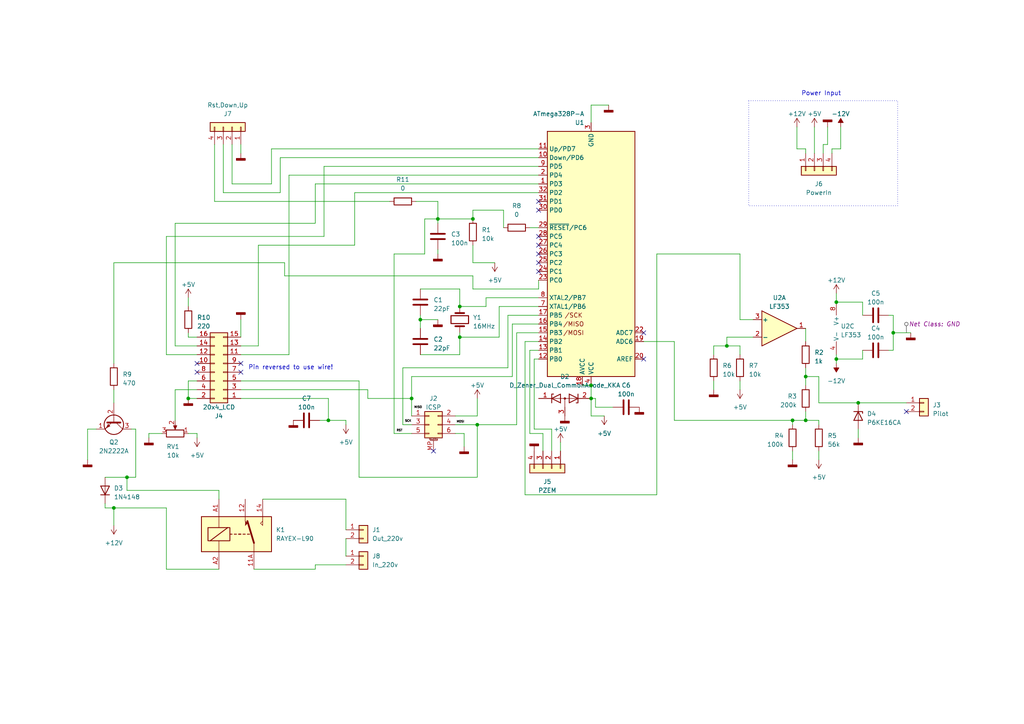
<source format=kicad_sch>
(kicad_sch (version 20231120) (generator "eeschema") (generator_version "8.0")
  (paper "A4")
  (title_block (title "J1772 Type1 - Electric Vehicle Charger") (date "2023-05-05") (rev "0.1") (company "SDS") (comment 1 "Model: Eli One") (comment 2 "LCD 20x2"))
  (lib_symbols
    (symbol "+5V_1" (power) (pin_numbers hide) (pin_names (offset 0) hide)
      (property "Value" "+5V_1" (at 0 3.556 0))
      (symbol "+5V_1_0_1"
        (polyline (pts (xy -0.762 1.27) (xy 0 2.54)))
        (polyline (pts (xy 0 0) (xy 0 2.54)))
        (polyline (pts (xy 0 2.54) (xy 0.762 1.27)))
      )
      (symbol "+5V_1_1_1"
        (pin power_in line (at 0 0 90) (length 0) hide (name "+5V") (number "1"))
      )
    )
    (symbol "Amplifier_Operational:TL072" (pin_names (offset 0.127))
      (property "Reference" "U" (at 0 5.08 0))
      (property "Value" "TL072" (at 0 -5.08 0))
      (symbol "TL072_1_1"
        (polyline (pts (xy -5.08 5.08) (xy 5.08 0) (xy -5.08 -5.08) (xy -5.08 5.08)) (stroke (width 0.254)) (fill (type background)))
        (pin output line (at 7.62 0 180) (length 2.54) (name "~") (number "1"))
        (pin input line (at -7.62 -2.54 0) (length 2.54) (name "-") (number "2"))
        (pin input line (at -7.62 2.54 0) (length 2.54) (name "+") (number "3"))
      )
      (symbol "TL072_2_1"
        (polyline (pts (xy -5.08 5.08) (xy 5.08 0) (xy -5.08 -5.08) (xy -5.08 5.08)) (stroke (width 0.254)) (fill (type background)))
        (pin input line (at -7.62 2.54 0) (length 2.54) (name "+") (number "5"))
        (pin input line (at -7.62 -2.54 0) (length 2.54) (name "-") (number "6"))
        (pin output line (at 7.62 0 180) (length 2.54) (name "~") (number "7"))
      )
      (symbol "TL072_3_1"
        (pin power_in line (at -2.54 -7.62 90) (length 3.81) (name "V-") (number "4"))
        (pin power_in line (at -2.54 7.62 270) (length 3.81) (name "V+") (number "8"))
      )
    )
    (symbol "Connector_Generic:Conn_01x02" (pin_names (offset 1.016) hide)
      (property "Reference" "J" (at 0 2.54 0))
      (property "Value" "Conn_01x02" (at 0 -5.08 0))
      (symbol "Conn_01x02_1_1"
        (rectangle (start -1.27 -2.413) (end 0 -2.667) (stroke (width 0.1524)))
        (rectangle (start -1.27 0.127) (end 0 -0.127) (stroke (width 0.1524)))
        (rectangle (start -1.27 1.27) (end 1.27 -3.81) (stroke (width 0.254)) (fill (type background)))
        (pin passive line (at -5.08 0 0) (length 3.81) (name "Pin_1") (number "1"))
        (pin passive line (at -5.08 -2.54 0) (length 3.81) (name "Pin_2") (number "2"))
      )
    )
    (symbol "Connector_Generic:Conn_01x04" (pin_names (offset 1.016) hide)
      (property "Reference" "J" (at 0 5.08 0))
      (property "Value" "Conn_01x04" (at 0 -7.62 0))
      (symbol "Conn_01x04_1_1"
        (rectangle (start -1.27 -4.953) (end 0 -5.207) (stroke (width 0.1524)))
        (rectangle (start -1.27 -2.413) (end 0 -2.667) (stroke (width 0.1524)))
        (rectangle (start -1.27 0.127) (end 0 -0.127) (stroke (width 0.1524)))
        (rectangle (start -1.27 2.667) (end 0 2.413) (stroke (width 0.1524)))
        (rectangle (start -1.27 3.81) (end 1.27 -6.35) (stroke (width 0.254)) (fill (type background)))
        (pin passive line (at -5.08 2.54 0) (length 3.81) (name "Pin_1") (number "1"))
        (pin passive line (at -5.08 0 0) (length 3.81) (name "Pin_2") (number "2"))
        (pin passive line (at -5.08 -2.54 0) (length 3.81) (name "Pin_3") (number "3"))
        (pin passive line (at -5.08 -5.08 0) (length 3.81) (name "Pin_4") (number "4"))
      )
    )
    (symbol "Connector_Generic:Conn_02x08_Odd_Even" (pin_names (offset 1.016) hide)
      (property "Reference" "J" (at 1.27 10.16 0))
      (property "Value" "Conn_02x08_Odd_Even" (at 1.27 -12.7 0))
      (symbol "Conn_02x08_Odd_Even_1_1"
        (rectangle (start -1.27 -10.033) (end 0 -10.287) (stroke (width 0.1524)))
        (rectangle (start -1.27 -7.493) (end 0 -7.747) (stroke (width 0.1524)))
        (rectangle (start -1.27 -4.953) (end 0 -5.207) (stroke (width 0.1524)))
        (rectangle (start -1.27 -2.413) (end 0 -2.667) (stroke (width 0.1524)))
        (rectangle (start -1.27 0.127) (end 0 -0.127) (stroke (width 0.1524)))
        (rectangle (start -1.27 2.667) (end 0 2.413) (stroke (width 0.1524)))
        (rectangle (start -1.27 5.207) (end 0 4.953) (stroke (width 0.1524)))
        (rectangle (start -1.27 7.747) (end 0 7.493) (stroke (width 0.1524)))
        (rectangle (start -1.27 8.89) (end 3.81 -11.43) (stroke (width 0.254)) (fill (type background)))
        (rectangle (start 3.81 -10.033) (end 2.54 -10.287) (stroke (width 0.1524)))
        (rectangle (start 3.81 -7.493) (end 2.54 -7.747) (stroke (width 0.1524)))
        (rectangle (start 3.81 -4.953) (end 2.54 -5.207) (stroke (width 0.1524)))
        (rectangle (start 3.81 -2.413) (end 2.54 -2.667) (stroke (width 0.1524)))
        (rectangle (start 3.81 0.127) (end 2.54 -0.127) (stroke (width 0.1524)))
        (rectangle (start 3.81 2.667) (end 2.54 2.413) (stroke (width 0.1524)))
        (rectangle (start 3.81 5.207) (end 2.54 4.953) (stroke (width 0.1524)))
        (rectangle (start 3.81 7.747) (end 2.54 7.493) (stroke (width 0.1524)))
        (pin passive line (at -5.08 7.62 0) (length 3.81) (name "Pin_1") (number "1"))
        (pin passive line (at 7.62 -2.54 180) (length 3.81) (name "Pin_10") (number "10"))
        (pin passive line (at -5.08 -5.08 0) (length 3.81) (name "Pin_11") (number "11"))
        (pin passive line (at 7.62 -5.08 180) (length 3.81) (name "Pin_12") (number "12"))
        (pin passive line (at -5.08 -7.62 0) (length 3.81) (name "Pin_13") (number "13"))
        (pin passive line (at 7.62 -7.62 180) (length 3.81) (name "Pin_14") (number "14"))
        (pin passive line (at -5.08 -10.16 0) (length 3.81) (name "Pin_15") (number "15"))
        (pin passive line (at 7.62 -10.16 180) (length 3.81) (name "Pin_16") (number "16"))
        (pin passive line (at 7.62 7.62 180) (length 3.81) (name "Pin_2") (number "2"))
        (pin passive line (at -5.08 5.08 0) (length 3.81) (name "Pin_3") (number "3"))
        (pin passive line (at 7.62 5.08 180) (length 3.81) (name "Pin_4") (number "4"))
        (pin passive line (at -5.08 2.54 0) (length 3.81) (name "Pin_5") (number "5"))
        (pin passive line (at 7.62 2.54 180) (length 3.81) (name "Pin_6") (number "6"))
        (pin passive line (at -5.08 0 0) (length 3.81) (name "Pin_7") (number "7"))
        (pin passive line (at 7.62 0 180) (length 3.81) (name "Pin_8") (number "8"))
        (pin passive line (at -5.08 -2.54 0) (length 3.81) (name "Pin_9") (number "9"))
      )
    )
    (symbol "Connector_Generic_MountingPin:Conn_02x03_Odd_Even_MountingPin" (pin_names (offset 1.016) hide)
      (property "Reference" "J" (at 1.27 5.08 0))
      (property "Value" "Conn_02x03_Odd_Even_MountingPin" (at 2.54 -5.08 0))
      (symbol "Conn_02x03_Odd_Even_MountingPin_1_1"
        (rectangle (start -1.27 -2.413) (end 0 -2.667) (stroke (width 0.1524)))
        (rectangle (start -1.27 0.127) (end 0 -0.127) (stroke (width 0.1524)))
        (rectangle (start -1.27 2.667) (end 0 2.413) (stroke (width 0.1524)))
        (rectangle (start -1.27 3.81) (end 3.81 -3.81) (stroke (width 0.254)) (fill (type background)))
        (polyline (pts (xy 0.254 -4.572) (xy 2.286 -4.572)) (stroke (width 0.1524)))
        (rectangle (start 3.81 -2.413) (end 2.54 -2.667) (stroke (width 0.1524)))
        (rectangle (start 3.81 0.127) (end 2.54 -0.127) (stroke (width 0.1524)))
        (rectangle (start 3.81 2.667) (end 2.54 2.413) (stroke (width 0.1524)))
        (text "Mounting" (at 1.27 -4.191 0) (effects (font (size 0.381 0.381))))
        (pin passive line (at -5.08 2.54 0) (length 3.81) (name "Pin_1") (number "1"))
        (pin passive line (at 7.62 2.54 180) (length 3.81) (name "Pin_2") (number "2"))
        (pin passive line (at -5.08 0 0) (length 3.81) (name "Pin_3") (number "3"))
        (pin passive line (at 7.62 0 180) (length 3.81) (name "Pin_4") (number "4"))
        (pin passive line (at -5.08 -2.54 0) (length 3.81) (name "Pin_5") (number "5"))
        (pin passive line (at 7.62 -2.54 180) (length 3.81) (name "Pin_6") (number "6"))
        (pin passive line (at 1.27 -7.62 90) (length 3.048) (name "MountPin") (number "MP"))
      )
    )
    (symbol "Device:C" (pin_numbers hide) (pin_names (offset 0.254))
      (property "Reference" "C" (at 0.635 2.54 0))
      (property "Value" "C" (at 0.635 -2.54 0))
      (symbol "C_0_1"
        (polyline (pts (xy -2.032 -0.762) (xy 2.032 -0.762)) (stroke (width 0.508)))
        (polyline (pts (xy -2.032 0.762) (xy 2.032 0.762)) (stroke (width 0.508)))
      )
      (symbol "C_1_1"
        (pin passive line (at 0 3.81 270) (length 2.794) (name "~") (number "1"))
        (pin passive line (at 0 -3.81 90) (length 2.794) (name "~") (number "2"))
      )
    )
    (symbol "Device:Crystal" (pin_numbers hide) (pin_names (offset 1.016) hide)
      (property "Reference" "Y" (at 0 3.81 0))
      (property "Value" "Crystal" (at 0 -3.81 0))
      (symbol "Crystal_0_1"
        (rectangle (start -1.143 2.54) (end 1.143 -2.54) (stroke (width 0.3048)))
        (polyline (pts (xy -2.54 0) (xy -1.905 0)))
        (polyline (pts (xy -1.905 -1.27) (xy -1.905 1.27)) (stroke (width 0.508)))
        (polyline (pts (xy 1.905 -1.27) (xy 1.905 1.27)) (stroke (width 0.508)))
        (polyline (pts (xy 2.54 0) (xy 1.905 0)))
      )
      (symbol "Crystal_1_1"
        (pin passive line (at -3.81 0 0) (length 1.27) (name "1") (number "1"))
        (pin passive line (at 3.81 0 180) (length 1.27) (name "2") (number "2"))
      )
    )
    (symbol "Device:D_Zener_Dual_CommonAnode_KKA" (pin_names (offset 0.762) hide)
      (property "Reference" "D" (at 1.27 -2.54 0))
      (property "Value" "D_Zener_Dual_CommonAnode_KKA" (at 0 2.54 0))
      (symbol "D_Zener_Dual_CommonAnode_KKA_0_1"
        (polyline (pts (xy -3.556 0) (xy 3.81 0)))
        (polyline (pts (xy 0 0) (xy 0 -2.54)))
        (polyline (pts (xy -3.81 -1.27) (xy -3.81 1.27) (xy -3.302 1.27)) (stroke (width 0.254)))
        (polyline (pts (xy 3.302 -1.27) (xy 3.81 -1.27) (xy 3.81 1.27)) (stroke (width 0.254)))
        (polyline (pts (xy -1.27 -1.27) (xy -3.81 0) (xy -1.27 1.27) (xy -1.27 -1.27) (xy -1.27 -1.27) (xy -1.27 -1.27)) (stroke (width 0.254)))
        (polyline (pts (xy 1.27 1.27) (xy 3.81 0) (xy 1.27 -1.27) (xy 1.27 1.27) (xy 1.27 1.27) (xy 1.27 1.27)) (stroke (width 0.254)))
        (circle (center 0 0) (radius 0.254) (fill (type outline)))
        (pin passive line (at -7.62 0 0) (length 3.81) (name "K") (number "1"))
        (pin passive line (at 7.62 0 180) (length 3.81) (name "K") (number "2"))
        (pin passive line (at 0 -5.08 90) (length 2.54) (name "A") (number "3"))
      )
    )
    (symbol "Device:R" (pin_numbers hide) (pin_names (offset 0))
      (property "Reference" "R" (at 2.032 0 90))
      (property "Value" "R" (at 0 0 90))
      (symbol "R_0_1"
        (rectangle (start -1.016 -2.54) (end 1.016 2.54) (stroke (width 0.254)))
      )
      (symbol "R_1_1"
        (pin passive line (at 0 3.81 270) (length 1.27) (name "~") (number "1"))
        (pin passive line (at 0 -3.81 90) (length 1.27) (name "~") (number "2"))
      )
    )
    (symbol "Device:R_Potentiometer" (pin_names (offset 1.016) hide)
      (property "Reference" "RV" (at -4.445 0 90))
      (property "Value" "R_Potentiometer" (at -2.54 0 90))
      (symbol "R_Potentiometer_0_1"
        (polyline (pts (xy 2.54 0) (xy 1.524 0)))
        (polyline (pts (xy 1.143 0) (xy 2.286 0.508) (xy 2.286 -0.508) (xy 1.143 0)) (fill (type outline)))
        (rectangle (start 1.016 2.54) (end -1.016 -2.54) (stroke (width 0.254)))
      )
      (symbol "R_Potentiometer_1_1"
        (pin passive line (at 0 3.81 270) (length 1.27) (name "1") (number "1"))
        (pin passive line (at 3.81 0 180) (length 1.27) (name "2") (number "2"))
        (pin passive line (at 0 -3.81 90) (length 1.27) (name "3") (number "3"))
      )
    )
    (symbol "Diode:1N4148" (pin_numbers hide) (pin_names hide)
      (property "Reference" "D" (at 0 2.54 0))
      (property "Value" "1N4148" (at 0 -2.54 0))
      (symbol "1N4148_0_1"
        (polyline (pts (xy -1.27 1.27) (xy -1.27 -1.27)) (stroke (width 0.254)))
        (polyline (pts (xy 1.27 0) (xy -1.27 0)))
        (polyline (pts (xy 1.27 1.27) (xy 1.27 -1.27) (xy -1.27 0) (xy 1.27 1.27)) (stroke (width 0.254)))
      )
      (symbol "1N4148_1_1"
        (pin passive line (at -3.81 0 0) (length 2.54) (name "K") (number "1"))
        (pin passive line (at 3.81 0 180) (length 2.54) (name "A") (number "2"))
      )
    )
    (symbol "Diode:1N47xxA" (pin_numbers hide) (pin_names hide)
      (property "Reference" "D" (at 0 2.54 0))
      (property "Value" "1N47xxA" (at 0 -2.54 0))
      (symbol "1N47xxA_0_1"
        (polyline (pts (xy 1.27 0) (xy -1.27 0)))
        (polyline (pts (xy -1.27 -1.27) (xy -1.27 1.27) (xy -0.762 1.27)) (stroke (width 0.254)))
        (polyline (pts (xy 1.27 -1.27) (xy 1.27 1.27) (xy -1.27 0) (xy 1.27 -1.27)) (stroke (width 0.254)))
      )
      (symbol "1N47xxA_1_1"
        (pin passive line (at -3.81 0 0) (length 2.54) (name "K") (number "1"))
        (pin passive line (at 3.81 0 180) (length 2.54) (name "A") (number "2"))
      )
    )
    (symbol "MCU_Microchip_ATmega:ATmega328P-A"
      (property "Reference" "U1" (at 1.9559 -38.1 0))
      (property "Value" "ATmega328P-A" (at 1.9559 -40.64 0))
      (symbol "ATmega328P-A_0_1"
        (rectangle (start -12.7 35.56) (end 12.7 -35.56) (stroke (width 0.254)) (fill (type background)))
      )
      (symbol "ATmega328P-A_1_1"
        (text "/MISO" (at 5.08 20.32 0) (effects (font (size 1.27 1.27))))
        (text "/MOSI" (at 5.08 22.86 0) (effects (font (size 1.27 1.27))))
        (text "/SCK" (at 5.08 17.78 0) (effects (font (size 1.27 1.27))))
        (pin bidirectional line (at 15.24 -20.32 180) (length 2.54) (name "PD3") (number "1"))
        (pin bidirectional line (at 15.24 -27.94 180) (length 2.54) (name "Down/PD6") (number "10"))
        (pin bidirectional line (at 15.24 -30.48 180) (length 2.54) (name "Up/PD7") (number "11"))
        (pin bidirectional line (at 15.24 30.48 180) (length 2.54) (name "PB0") (number "12"))
        (pin bidirectional line (at 15.24 27.94 180) (length 2.54) (name "PB1") (number "13"))
        (pin bidirectional line (at 15.24 25.4 180) (length 2.54) (name "PB2") (number "14"))
        (pin bidirectional line (at 15.24 22.86 180) (length 2.54) (name "PB3") (number "15"))
        (pin bidirectional line (at 15.24 20.32 180) (length 2.54) (name "PB4") (number "16"))
        (pin bidirectional line (at 15.24 17.78 180) (length 2.54) (name "PB5") (number "17"))
        (pin power_in line (at 2.54 38.1 270) (length 2.54) (name "AVCC") (number "18"))
        (pin input line (at -15.24 25.4 0) (length 2.54) (name "ADC6") (number "19"))
        (pin bidirectional line (at 15.24 -22.86 180) (length 2.54) (name "PD4") (number "2"))
        (pin passive line (at -15.24 30.48 0) (length 2.54) (name "AREF") (number "20"))
        (pin passive line (at 0 -38.1 90) (length 2.54) hide (name "GND") (number "21"))
        (pin input line (at -15.24 22.86 0) (length 2.54) (name "ADC7") (number "22"))
        (pin bidirectional line (at 15.24 7.62 180) (length 2.54) (name "PC0") (number "23"))
        (pin bidirectional line (at 15.24 5.08 180) (length 2.54) (name "PC1") (number "24"))
        (pin bidirectional line (at 15.24 2.54 180) (length 2.54) (name "PC2") (number "25"))
        (pin bidirectional line (at 15.24 0 180) (length 2.54) (name "PC3") (number "26"))
        (pin bidirectional line (at 15.24 -2.54 180) (length 2.54) (name "PC4") (number "27"))
        (pin bidirectional line (at 15.24 -5.08 180) (length 2.54) (name "PC5") (number "28"))
        (pin bidirectional line (at 15.24 -7.62 180) (length 2.54) (name "~{RESET}/PC6") (number "29"))
        (pin power_in line (at 0 -38.1 90) (length 2.54) (name "GND") (number "3"))
        (pin bidirectional line (at 15.24 -12.7 180) (length 2.54) (name "PD0") (number "30"))
        (pin bidirectional line (at 15.24 -15.24 180) (length 2.54) (name "PD1") (number "31"))
        (pin bidirectional line (at 15.24 -17.78 180) (length 2.54) (name "PD2") (number "32"))
        (pin power_in line (at 0 38.1 270) (length 2.54) (name "VCC") (number "4"))
        (pin passive line (at 0 -38.1 90) (length 2.54) hide (name "GND") (number "5"))
        (pin passive line (at 0 38.1 270) (length 2.54) hide (name "VCC") (number "6"))
        (pin bidirectional line (at 15.24 15.24 180) (length 2.54) (name "XTAL1/PB6") (number "7"))
        (pin bidirectional line (at 15.24 12.7 180) (length 2.54) (name "XTAL2/PB7") (number "8"))
        (pin bidirectional line (at 15.24 -25.4 180) (length 2.54) (name "PD5") (number "9"))
      )
    )
    (symbol "Relay:RAYEX-L90"
      (property "Reference" "K" (at 11.43 3.81 0))
      (property "Value" "RAYEX-L90" (at 11.43 1.27 0))
      (symbol "RAYEX-L90_1_0"
        (polyline (pts (xy 2.54 3.81) (xy 2.54 5.08)))
        (polyline (pts (xy 7.62 3.81) (xy 7.62 5.08)))
        (polyline (pts (xy 7.62 3.81) (xy 7.62 2.54) (xy 6.985 3.175) (xy 7.62 3.81)))
      )
      (symbol "RAYEX-L90_1_1"
        (rectangle (start -10.16 5.08) (end 10.16 -5.08) (stroke (width 0.254)) (fill (type background)))
        (rectangle (start -8.255 1.905) (end -1.905 -1.905) (stroke (width 0.254)))
        (polyline (pts (xy -7.62 -1.905) (xy -2.54 1.905)) (stroke (width 0.254)))
        (polyline (pts (xy -5.08 -5.08) (xy -5.08 -1.905)))
        (polyline (pts (xy -5.08 5.08) (xy -5.08 1.905)))
        (polyline (pts (xy -1.905 0) (xy -1.27 0)) (stroke (width 0.254)))
        (polyline (pts (xy -0.635 0) (xy 0 0)) (stroke (width 0.254)))
        (polyline (pts (xy 0.635 0) (xy 1.27 0)) (stroke (width 0.254)))
        (polyline (pts (xy 0.635 0) (xy 1.27 0)) (stroke (width 0.254)))
        (polyline (pts (xy 1.905 0) (xy 2.54 0)) (stroke (width 0.254)))
        (polyline (pts (xy 3.175 0) (xy 3.81 0)) (stroke (width 0.254)))
        (polyline (pts (xy 5.08 -2.54) (xy 3.175 3.81)) (stroke (width 0.508)))
        (polyline (pts (xy 5.08 -2.54) (xy 5.08 -5.08)))
        (polyline (pts (xy 2.54 2.54) (xy 3.175 3.175) (xy 2.54 3.81)) (fill (type outline)))
        (pin passive line (at 5.08 -10.16 90) (length 5.08) (name "~") (number "11A"))
        (pin passive line (at 5.08 -10.16 90) (length 5.08) hide (name "~") (number "11B"))
        (pin passive line (at 2.54 10.16 270) (length 5.08) (name "~") (number "12"))
        (pin passive line (at 7.62 10.16 270) (length 5.08) (name "~") (number "14"))
        (pin passive line (at -5.08 10.16 270) (length 5.08) (name "~") (number "A1"))
        (pin passive line (at -5.08 -10.16 90) (length 5.08) (name "~") (number "A2"))
      )
    )
    (symbol "Transistor_BJT:PN2222A" (pin_names (offset 0) hide)
      (property "Reference" "Q" (at 5.08 1.905 0))
      (property "Value" "PN2222A" (at 5.08 0 0))
      (symbol "PN2222A_0_1"
        (polyline (pts (xy 0 0) (xy 0.635 0)))
        (polyline (pts (xy 2.54 -2.54) (xy 0.635 -0.635)))
        (polyline (pts (xy 2.54 2.54) (xy 0.635 0.635)))
        (polyline (pts (xy 0.635 1.905) (xy 0.635 -1.905) (xy 0.635 -1.905)) (stroke (width 0.508)))
        (polyline (pts (xy 2.413 -2.413) (xy 1.905 -1.905) (xy 1.905 -1.905)))
        (polyline (pts (xy 1.143 -1.651) (xy 1.651 -1.143) (xy 2.159 -2.159) (xy 1.143 -1.651) (xy 1.143 -1.651)) (fill (type outline)))
        (circle (center 1.27 0) (radius 2.8194) (stroke (width 0.254)))
      )
      (symbol "PN2222A_1_1"
        (pin passive line (at 2.54 -5.08 90) (length 2.54) (name "E") (number "1"))
        (pin input line (at -5.08 0 0) (length 5.08) (name "B") (number "2"))
        (pin passive line (at 2.54 5.08 270) (length 2.54) (name "C") (number "3"))
      )
    )
    (symbol "power:+12V" (power) (pin_numbers hide) (pin_names (offset 0) hide)
      (property "Value" "+12V" (at 0 3.556 0))
      (symbol "+12V_0_1"
        (polyline (pts (xy -0.762 1.27) (xy 0 2.54)))
        (polyline (pts (xy 0 0) (xy 0 2.54)))
        (polyline (pts (xy 0 2.54) (xy 0.762 1.27)))
      )
      (symbol "+12V_1_1"
        (pin power_in line (at 0 0 90) (length 0) hide (name "+12V") (number "1"))
      )
    )
    (symbol "power:+5V" (power) (pin_numbers hide) (pin_names (offset 0) hide)
      (property "Value" "+5V" (at 0 3.556 0))
      (symbol "+5V_0_1"
        (polyline (pts (xy -0.762 1.27) (xy 0 2.54)))
        (polyline (pts (xy 0 0) (xy 0 2.54)))
        (polyline (pts (xy 0 2.54) (xy 0.762 1.27)))
      )
      (symbol "+5V_1_1"
        (pin power_in line (at 0 0 90) (length 0) hide (name "+5V") (number "1"))
      )
    )
    (symbol "power:-12V" (power) (pin_numbers hide) (pin_names (offset 0) hide)
      (property "Value" "-12V" (at 0 3.81 0))
      (symbol "-12V_0_0"
        (pin power_in line (at 0 0 90) (length 0) hide (name "-12V") (number "1"))
      )
      (symbol "-12V_0_1"
        (polyline (pts (xy 0 0) (xy 0 1.27) (xy 0.762 1.27) (xy 0 2.54) (xy -0.762 1.27) (xy 0 1.27)) (fill (type outline)))
      )
    )
    (symbol "power:GNDD" (power) (pin_numbers hide) (pin_names (offset 0) hide)
      (property "Value" "GNDD" (at 0 -3.175 0))
      (symbol "GNDD_0_1"
        (rectangle (start -1.27 -1.524) (end 1.27 -2.032) (stroke (width 0.254)) (fill (type outline)))
        (polyline (pts (xy 0 0) (xy 0 -1.524)))
      )
      (symbol "GNDD_1_1"
        (pin power_in line (at 0 0 270) (length 0) hide (name "GNDD") (number "1"))
      )
    )
  )
  (junction (at 259.08 96.52))
  (junction (at 33.02 147.32))
  (junction (at 242.57 87.63))
  (junction (at 133.35 97.79))
  (junction (at 121.92 92.71))
  (junction (at 133.35 88.9))
  (junction (at 233.68 109.22))
  (junction (at 127 63.5))
  (junction (at 119.38 115.57))
  (junction (at 171.45 111.76))
  (junction (at 210.82 100.33))
  (junction (at 229.87 121.92))
  (junction (at 233.68 121.92))
  (junction (at 171.45 115.57))
  (junction (at 95.25 121.92))
  (junction (at 242.57 104.14))
  (junction (at 54.61 115.57))
  (junction (at 137.16 63.5))
  (junction (at 248.92 116.84))
  (junction (at 138.43 123.19))
  (junction (at 36.83 138.43))
  (no_connect (at 125.73 130.81))
  (no_connect (at 69.85 107.95))
  (no_connect (at 57.15 107.95))
  (no_connect (at 156.21 58.42))
  (no_connect (at 186.69 96.52))
  (no_connect (at 156.21 68.58))
  (no_connect (at 69.85 105.41))
  (no_connect (at 156.21 71.12))
  (no_connect (at 156.21 60.96))
  (no_connect (at 57.15 105.41))
  (no_connect (at 262.89 119.38))
  (no_connect (at 156.21 73.66))
  (no_connect (at 156.21 78.74))
  (no_connect (at 186.69 104.14))
  (no_connect (at 156.21 76.2))
  (wire (pts (xy 148.59 93.98) (xy 156.21 93.98)))
  (wire (pts (xy 54.61 86.36) (xy 54.61 88.9)))
  (wire (pts (xy 54.61 125.73) (xy 57.15 125.73)))
  (wire (pts (xy 54.61 110.49) (xy 54.61 115.57)))
  (wire (pts (xy 74.93 100.33) (xy 69.85 100.33)))
  (wire (pts (xy 229.87 130.81) (xy 229.87 133.35)))
  (wire (pts (xy 156.21 104.14) (xy 154.94 104.14)))
  (wire (pts (xy 64.77 55.88) (xy 81.28 55.88)))
  (wire (pts (xy 133.35 88.9) (xy 140.97 88.9)))
  (wire (pts (xy 160.02 124.46) (xy 160.02 130.81)))
  (wire (pts (xy 236.22 36.83) (xy 236.22 44.45)))
  (wire (pts (xy 214.63 92.71) (xy 218.44 92.71)))
  (wire (pts (xy 91.44 165.1) (xy 73.66 165.1)))
  (wire (pts (xy 63.5 165.1) (xy 48.26 165.1)))
  (wire (pts (xy 100.33 163.83) (xy 91.44 163.83)))
  (wire (pts (xy 259.08 96.52) (xy 264.16 96.52)))
  (wire (pts (xy 81.28 55.88) (xy 81.28 45.72)))
  (wire (pts (xy 154.94 124.46) (xy 160.02 124.46)))
  (wire (pts (xy 156.21 81.28) (xy 156.21 83.82)))
  (wire (pts (xy 63.5 142.24) (xy 63.5 144.78)))
  (wire (pts (xy 214.63 110.49) (xy 214.63 113.03)))
  (wire (pts (xy 25.4 124.46) (xy 25.4 133.35)))
  (wire (pts (xy 241.3 43.18) (xy 243.84 43.18)))
  (wire (pts (xy 74.93 71.12) (xy 102.87 71.12)))
  (wire (pts (xy 62.23 41.91) (xy 62.23 58.42)))
  (wire (pts (xy 149.86 123.19) (xy 149.86 96.52)))
  (wire (pts (xy 100.33 121.92) (xy 100.33 123.19)))
  (wire (pts (xy 153.67 125.73) (xy 157.48 125.73)))
  (wire (pts (xy 137.16 60.96) (xy 137.16 63.5)))
  (wire (pts (xy 127 63.5) (xy 123.19 63.5)))
  (wire (pts (xy 133.35 83.82) (xy 133.35 88.9)))
  (wire (pts (xy 127 64.77) (xy 127 63.5)))
  (wire (pts (xy 67.31 53.34) (xy 78.74 53.34)))
  (wire (pts (xy 33.02 76.2) (xy 82.55 76.2)))
  (wire (pts (xy 207.01 110.49) (xy 207.01 113.03)))
  (wire (pts (xy 93.98 68.58) (xy 48.26 68.58)))
  (wire (pts (xy 102.87 55.88) (xy 102.87 71.12)))
  (wire (pts (xy 119.38 123.19) (xy 116.84 123.19)))
  (wire (pts (xy 152.2839 99.06) (xy 152.2839 143.51)))
  (wire (pts (xy 233.68 119.38) (xy 233.68 121.92)))
  (wire (pts (xy 57.15 110.49) (xy 54.61 110.49)))
  (wire (pts (xy 137.16 76.2) (xy 143.51 76.2)))
  (wire (pts (xy 69.85 41.91) (xy 69.85 44.45)))
  (wire (pts (xy 33.02 76.2) (xy 33.02 105.41)))
  (wire (pts (xy 116.84 106.68) (xy 147.32 106.68)))
  (wire (pts (xy 39.37 138.43) (xy 36.83 138.43)))
  (wire (pts (xy 57.15 97.79) (xy 54.61 97.79)))
  (wire (pts (xy 121.92 92.71) (xy 121.92 95.25)))
  (wire (pts (xy 137.16 60.96) (xy 146.05 60.96)))
  (wire (pts (xy 171.45 30.48) (xy 176.53 30.48)))
  (wire (pts (xy 238.76 41.91) (xy 240.03 41.91)))
  (wire (pts (xy 146.05 60.96) (xy 146.05 66.04)))
  (wire (pts (xy 240.03 41.91) (xy 240.03 36.83)))
  (wire (pts (xy 116.84 123.19) (xy 116.84 106.68)))
  (wire (pts (xy 137.16 71.12) (xy 137.16 76.2)))
  (wire (pts (xy 54.61 115.57) (xy 57.15 115.57)))
  (wire (pts (xy 210.82 100.33) (xy 214.63 100.33)))
  (wire (pts (xy 134.62 125.73) (xy 134.62 129.54)))
  (wire (pts (xy 48.26 68.58) (xy 48.26 102.87)))
  (wire (pts (xy 30.48 147.32) (xy 33.02 147.32)))
  (wire (pts (xy 250.19 101.6) (xy 250.19 104.14)))
  (wire (pts (xy 138.43 120.65) (xy 132.08 120.65)))
  (wire (pts (xy 153.67 101.6) (xy 153.67 125.73)))
  (wire (pts (xy 231.14 43.18) (xy 231.14 36.83)))
  (wire (pts (xy 238.76 44.45) (xy 238.76 41.91)))
  (wire (pts (xy 91.44 53.34) (xy 156.21 53.34)))
  (wire (pts (xy 78.74 43.18) (xy 156.21 43.18)))
  (wire (pts (xy 93.98 48.26) (xy 156.21 48.26)))
  (wire (pts (xy 229.87 123.19) (xy 229.87 121.92)))
  (wire (pts (xy 242.57 104.14) (xy 242.57 105.41)))
  (wire (pts (xy 123.19 63.5) (xy 123.19 73.66)))
  (wire (pts (xy 233.68 109.22) (xy 237.49 109.22)))
  (wire (pts (xy 133.35 97.79) (xy 133.35 102.87)))
  (wire (pts (xy 162.56 128.27) (xy 162.56 130.81)))
  (wire (pts (xy 233.68 121.92) (xy 237.49 121.92)))
  (wire (pts (xy 147.32 106.68) (xy 147.32 91.44)))
  (wire (pts (xy 133.35 97.79) (xy 133.35 96.52)))
  (wire (pts (xy 120.65 58.42) (xy 127 58.42)))
  (wire (pts (xy 95.25 115.57) (xy 95.25 121.92)))
  (wire (pts (xy 104.14 138.43) (xy 104.14 110.49)))
  (wire (pts (xy 144.78 97.79) (xy 133.35 97.79)))
  (wire (pts (xy 190.5 73.66) (xy 214.63 73.66)))
  (wire (pts (xy 156.21 99.06) (xy 152.2839 99.06)))
  (wire (pts (xy 259.08 96.52) (xy 259.08 101.6)))
  (wire (pts (xy 121.92 83.82) (xy 133.35 83.82)))
  (wire (pts (xy 152.2839 143.51) (xy 190.5 143.51)))
  (wire (pts (xy 171.45 35.56) (xy 171.45 30.48)))
  (wire (pts (xy 237.49 116.84) (xy 248.92 116.84)))
  (wire (pts (xy 229.87 121.92) (xy 233.68 121.92)))
  (wire (pts (xy 46.99 125.73) (xy 43.18 125.73)))
  (wire (pts (xy 92.71 121.92) (xy 95.25 121.92)))
  (wire (pts (xy 248.92 124.46) (xy 248.92 127)))
  (wire (pts (xy 91.44 53.34) (xy 91.44 64.77)))
  (wire (pts (xy 36.83 142.24) (xy 36.83 138.43)))
  (wire (pts (xy 171.45 115.57) (xy 171.45 120.65)))
  (wire (pts (xy 138.43 138.43) (xy 138.43 123.19)))
  (wire (pts (xy 106.68 115.57) (xy 119.38 115.57)))
  (wire (pts (xy 237.49 121.92) (xy 237.49 123.19)))
  (wire (pts (xy 171.45 120.65) (xy 175.26 120.65)))
  (wire (pts (xy 195.58 121.92) (xy 229.87 121.92)))
  (wire (pts (xy 148.59 109.22) (xy 148.59 93.98)))
  (wire (pts (xy 83.82 50.8) (xy 83.82 102.87)))
  (wire (pts (xy 78.74 53.34) (xy 78.74 43.18)))
  (wire (pts (xy 259.08 91.44) (xy 259.08 96.52)))
  (wire (pts (xy 250.19 91.44) (xy 250.19 87.63)))
  (wire (pts (xy 156.21 83.82) (xy 137.16 83.82)))
  (wire (pts (xy 50.8 113.03) (xy 50.8 121.92)))
  (wire (pts (xy 81.28 45.72) (xy 156.21 45.72)))
  (wire (pts (xy 91.44 64.77) (xy 50.8 64.77)))
  (wire (pts (xy 242.57 87.63) (xy 250.19 87.63)))
  (wire (pts (xy 48.26 165.1) (xy 48.26 147.32)))
  (wire (pts (xy 106.68 115.57) (xy 106.68 113.03)))
  (wire (pts (xy 33.02 147.32) (xy 48.26 147.32)))
  (wire (pts (xy 259.08 101.6) (xy 257.81 101.6)))
  (wire (pts (xy 127 72.39) (xy 127 73.66)))
  (wire (pts (xy 233.68 106.68) (xy 233.68 109.22)))
  (wire (pts (xy 127 92.71) (xy 121.92 92.71)))
  (wire (pts (xy 36.83 142.24) (xy 63.5 142.24)))
  (wire (pts (xy 242.57 102.87) (xy 242.57 104.14)))
  (wire (pts (xy 33.02 113.03) (xy 33.02 116.84)))
  (wire (pts (xy 123.19 73.66) (xy 114.3 73.66)))
  (wire (pts (xy 119.38 109.22) (xy 148.59 109.22)))
  (wire (pts (xy 168.91 111.76) (xy 171.45 111.76)))
  (wire (pts (xy 69.85 115.57) (xy 95.25 115.57)))
  (wire (pts (xy 171.45 111.76) (xy 171.45 115.57)))
  (wire (pts (xy 132.08 123.19) (xy 138.43 123.19)))
  (wire (pts (xy 233.68 109.22) (xy 233.68 111.76)))
  (wire (pts (xy 132.08 125.73) (xy 134.62 125.73)))
  (wire (pts (xy 127 58.42) (xy 127 63.5)))
  (wire (pts (xy 147.32 91.44) (xy 156.21 91.44)))
  (wire (pts (xy 69.85 102.87) (xy 83.82 102.87)))
  (wire (pts (xy 237.49 109.22) (xy 237.49 116.84)))
  (wire (pts (xy 190.5 143.51) (xy 190.5 73.66)))
  (wire (pts (xy 154.94 104.14) (xy 154.94 124.46)))
  (wire (pts (xy 156.21 55.88) (xy 102.87 55.88)))
  (wire (pts (xy 237.49 130.81) (xy 237.49 133.35)))
  (wire (pts (xy 144.78 97.79) (xy 144.78 88.9)))
  (wire (pts (xy 43.18 125.73) (xy 43.18 127)))
  (wire (pts (xy 38.1 124.46) (xy 39.37 124.46)))
  (wire (pts (xy 207.01 100.33) (xy 210.82 100.33)))
  (wire (pts (xy 100.33 153.67) (xy 100.33 144.78)))
  (wire (pts (xy 156.21 101.6) (xy 153.67 101.6)))
  (wire (pts (xy 54.61 97.79) (xy 54.61 96.52)))
  (wire (pts (xy 121.92 102.87) (xy 133.35 102.87)))
  (wire (pts (xy 138.43 123.19) (xy 149.86 123.19)))
  (wire (pts (xy 91.44 163.83) (xy 91.44 165.1)))
  (wire (pts (xy 69.85 113.03) (xy 106.68 113.03)))
  (wire (pts (xy 114.3 125.73) (xy 119.38 125.73)))
  (wire (pts (xy 153.67 66.04) (xy 156.21 66.04)))
  (wire (pts (xy 242.57 85.09) (xy 242.57 87.63)))
  (wire (pts (xy 114.3 73.66) (xy 114.3 125.73)))
  (wire (pts (xy 93.98 48.26) (xy 93.98 68.58)))
  (wire (pts (xy 69.85 92.71) (xy 69.85 97.79)))
  (wire (pts (xy 210.82 97.79) (xy 210.82 100.33)))
  (wire (pts (xy 57.15 113.03) (xy 50.8 113.03)))
  (wire (pts (xy 257.81 91.44) (xy 259.08 91.44)))
  (wire (pts (xy 233.68 95.25) (xy 233.68 99.06)))
  (wire (pts (xy 233.68 44.45) (xy 233.68 43.18)))
  (wire (pts (xy 104.14 110.49) (xy 69.85 110.49)))
  (wire (pts (xy 248.92 116.84) (xy 262.89 116.84)))
  (wire (pts (xy 243.84 36.83) (xy 243.84 43.18)))
  (wire (pts (xy 172.72 118.11) (xy 172.72 115.57)))
  (wire (pts (xy 241.3 44.45) (xy 241.3 43.18)))
  (wire (pts (xy 48.26 102.87) (xy 57.15 102.87)))
  (wire (pts (xy 57.15 125.73) (xy 57.15 127)))
  (wire (pts (xy 64.77 41.91) (xy 64.77 55.88)))
  (wire (pts (xy 171.45 115.57) (xy 172.72 115.57)))
  (wire (pts (xy 82.55 80.01) (xy 82.55 76.2)))
  (wire (pts (xy 74.93 71.12) (xy 74.93 100.33)))
  (wire (pts (xy 127 63.5) (xy 137.16 63.5)))
  (wire (pts (xy 67.31 41.91) (xy 67.31 53.34)))
  (wire (pts (xy 138.43 138.43) (xy 104.14 138.43)))
  (wire (pts (xy 121.92 91.44) (xy 121.92 92.71)))
  (wire (pts (xy 140.97 86.36) (xy 156.21 86.36)))
  (wire (pts (xy 186.69 99.06) (xy 195.58 99.06)))
  (wire (pts (xy 157.48 125.73) (xy 157.48 130.81)))
  (wire (pts (xy 177.8 118.11) (xy 172.72 118.11)))
  (wire (pts (xy 214.63 73.66) (xy 214.63 92.71)))
  (wire (pts (xy 214.63 100.33) (xy 214.63 102.87)))
  (wire (pts (xy 144.78 88.9) (xy 156.21 88.9)))
  (wire (pts (xy 25.4 124.46) (xy 27.94 124.46)))
  (wire (pts (xy 137.16 80.01) (xy 82.55 80.01)))
  (wire (pts (xy 39.37 124.46) (xy 39.37 138.43)))
  (wire (pts (xy 83.82 50.8) (xy 156.21 50.8)))
  (wire (pts (xy 119.38 115.57) (xy 119.38 109.22)))
  (wire (pts (xy 137.16 83.82) (xy 137.16 80.01)))
  (wire (pts (xy 100.33 156.21) (xy 100.33 161.29)))
  (wire (pts (xy 100.33 144.78) (xy 76.2 144.78)))
  (wire (pts (xy 50.8 64.77) (xy 50.8 100.33)))
  (wire (pts (xy 119.38 120.65) (xy 119.38 115.57)))
  (wire (pts (xy 30.48 146.05) (xy 30.48 147.32)))
  (wire (pts (xy 95.25 121.92) (xy 100.33 121.92)))
  (wire (pts (xy 207.01 102.87) (xy 207.01 100.33)))
  (wire (pts (xy 138.43 115.57) (xy 138.43 120.65)))
  (wire (pts (xy 149.86 96.52) (xy 156.21 96.52)))
  (wire (pts (xy 250.19 104.14) (xy 242.57 104.14)))
  (wire (pts (xy 218.44 97.79) (xy 210.82 97.79)))
  (wire (pts (xy 233.68 43.18) (xy 231.14 43.18)))
  (wire (pts (xy 140.97 88.9) (xy 140.97 86.36)))
  (wire (pts (xy 36.83 138.43) (xy 30.48 138.43)))
  (wire (pts (xy 50.8 100.33) (xy 57.15 100.33)))
  (wire (pts (xy 195.58 99.06) (xy 195.58 121.92)))
  (wire (pts (xy 33.02 147.32) (xy 33.02 152.4)))
  (wire (pts (xy 62.23 58.42) (xy 113.03 58.42)))
  (rectangle (start 217.17 29.21) (end 260.35 59.69) (stroke (width 0) (type dot)))
  (text "SCK" (at 117.4011 122.6118 0) (effects (font (size 0.6 0.6)) (justify left bottom)))
  (text "Pin reversed to use wire!" (at 84.328 106.68 0) (effects (font (size 1.27 1.27))))
  (text "Power Input" (at 232.41 27.94 0) (effects (font (size 1.27 1.27)) (justify left bottom)))
  (text "MOSI" (at 132.3617 122.8169 0) (effects (font (size 0.6 0.6)) (justify left bottom)))
  (text "MISO" (at 120.0786 118.6362 0) (effects (font (size 0.6 0.6)) (justify left bottom)))
  (text "RST" (at 114.967 125.3704 0) (effects (font (size 0.6 0.6)) (justify left bottom)))
  (netclass_flag "" (length 2.54) (shape round) (at 262.89 96.52 0) (property "Netclass" "GND" (at 263.5885 93.98 0) (show_name yes) (effects (font (italic yes)) (justify left))))
  (symbol (lib_id "power:GNDD") (at 85.09 121.92 0) (mirror y) (unit 1)
    (property "Reference" "#PWR027" (effects (hide yes)))
    (property "Value" "GNDD" (effects (hide yes)))
  )
  (symbol (lib_id "Connector_Generic:Conn_02x08_Odd_Even") (at 64.77 107.95 180) (unit 1)
    (property "Reference" "J4" (at 63.5 120.65 0))
    (property "Value" "20x4_LCD" (at 63.5 118.11 0))
    (property "Footprint" "Connector_IDC:IDC-Header_2x08_P2.54mm_Vertical" (effects (hide yes)))
  )
  (symbol (lib_id "Amplifier_Operational:TL072") (at 245.11 95.25 0) (unit 3)
    (property "Reference" "U2" (at 243.84 94.615 0) (effects (justify left)))
    (property "Value" "LF353" (at 243.84 97.155 0) (effects (justify left)))
    (property "Footprint" "Package_SO:SO-8_3.9x4.9mm_P1.27mm" (effects (hide yes)))
    (property "Datasheet" "http://www.ti.com/lit/ds/symlink/tl071.pdf" (effects (hide yes)))
  )
  (symbol (lib_id "power:GNDD") (at 127 92.71 0) (unit 1)
    (property "Reference" "#PWR02" (effects (hide yes)))
    (property "Value" "GNDD" (effects (hide yes)))
  )
  (symbol (lib_id "Device:R") (at 116.84 58.42 90) (unit 1)
    (property "Reference" "R11" (at 116.84 52.07 90))
    (property "Value" "0" (at 116.84 54.61 90))
    (property "Footprint" "Resistor_SMD:R_2010_5025Metric_Pad1.40x2.65mm_HandSolder" (effects (hide yes)))
  )
  (symbol (lib_id "MCU_Microchip_ATmega:ATmega328P-A") (at 171.45 73.66 180) (unit 1)
    (property "Reference" "U1" (at 169.4941 35.56 0) (effects (justify left)))
    (property "Value" "ATmega328P-A" (at 169.4941 33.02 0) (effects (justify left)))
    (property "Footprint" "Package_QFP:TQFP-32_7x7mm_P0.8mm" (effects (hide yes)))
    (property "Datasheet" "http://ww1.microchip.com/downloads/en/DeviceDoc/ATmega328_P%20AVR%20MCU%20with%20picoPower%20Technology%20Data%20Sheet%2040001984A.pdf" (effects (hide yes)))
  )
  (symbol (lib_id "Device:R") (at 207.01 106.68 0) (unit 1)
    (property "Reference" "R6" (at 209.55 106.045 0) (effects (justify left)))
    (property "Value" "10k" (at 209.55 108.585 0) (effects (justify left)))
    (property "Footprint" "Resistor_SMD:R_2010_5025Metric_Pad1.40x2.65mm_HandSolder" (effects (hide yes)))
  )
  (symbol (lib_id "Device:R") (at 233.68 102.87 0) (unit 1)
    (property "Reference" "R2" (at 236.22 102.235 0) (effects (justify left)))
    (property "Value" "1k" (at 236.22 104.775 0) (effects (justify left)))
    (property "Footprint" "Resistor_SMD:R_2010_5025Metric_Pad1.40x2.65mm_HandSolder" (effects (hide yes)))
  )
  (symbol (lib_id "Device:C") (at 254 101.6 90) (unit 1)
    (property "Reference" "C4" (at 254 95.25 90))
    (property "Value" "100n" (at 254 97.79 90))
    (property "Footprint" "Capacitor_SMD:C_1206_3216Metric_Pad1.33x1.80mm_HandSolder" (effects (hide yes)))
  )
  (symbol (lib_id "power:-12V") (at 243.84 36.83 0) (unit 1)
    (property "Reference" "#PWR029" (effects (hide yes)))
    (property "Value" "-12V" (at 243.84 33.02 0))
    (property "Sim.Device" "V" (effects (hide yes)))
    (property "Sim.Type" "DC" (effects (hide yes)))
    (property "Sim.Pins" "1=+" (effects (hide yes)))
    (property "Sim.Params" "dc=-12" (effects (hide yes)))
  )
  (symbol (lib_id "Relay:RAYEX-L90") (at 68.58 154.94 0) (unit 1)
    (property "Reference" "K1" (at 80.01 153.6699 0) (effects (justify left)))
    (property "Value" "RAYEX-L90" (at 80.01 156.2099 0) (effects (justify left)))
    (property "Footprint" "Relay_THT:Relay_SPDT_RAYEX-L90" (effects (hide yes)))
    (property "Datasheet" "https://a3.sofastcdn.com/attachment/7jioKBjnRiiSrjrjknRiwS77gwbf3zmp/L90-SERIES.pdf" (effects (hide yes)))
    (property "Description" "Power relay, SPDT, 30A" (effects (hide yes)))
  )
  (symbol (lib_id "power:+12V") (at 33.02 152.4 180) (unit 1)
    (property "Reference" "#PWR012" (effects (hide yes)))
    (property "Value" "+12V" (at 33.02 157.48 0))
  )
  (symbol (lib_id "power:+12V") (at 231.14 36.83 0) (unit 1)
    (property "Reference" "#PWR028" (effects (hide yes)))
    (property "Value" "+12V" (at 231.14 33.02 0))
  )
  (symbol (lib_id "Amplifier_Operational:TL072") (at 226.06 95.25 0) (unit 1)
    (property "Reference" "U2" (at 226.06 86.36 0))
    (property "Value" "LF353" (at 226.06 88.9 0))
    (property "Footprint" "Package_SO:SO-8_3.9x4.9mm_P1.27mm" (effects (hide yes)))
    (property "Datasheet" "http://www.ti.com/lit/ds/symlink/tl071.pdf" (effects (hide yes)))
  )
  (symbol (lib_id "Device:R") (at 237.49 127 0) (unit 1)
    (property "Reference" "R5" (at 240.03 126.365 0) (effects (justify left)))
    (property "Value" "56k" (at 240.03 128.905 0) (effects (justify left)))
    (property "Footprint" "Resistor_SMD:R_2512_6332Metric_Pad1.40x3.35mm_HandSolder" (effects (hide yes)))
  )
  (symbol (lib_name "+5V_1") (lib_id "power:+5V") (at 214.63 113.03 180) (unit 1)
    (property "Reference" "#PWR016" (effects (hide yes)))
    (property "Value" "+5V" (at 214.63 118.11 0))
    (property "Sim.Device" "V" (effects (hide yes)))
    (property "Sim.Type" "DC" (effects (hide yes)))
    (property "Sim.Pins" "1=+" (effects (hide yes)))
    (property "Sim.Params" "dc=5" (effects (hide yes)))
  )
  (symbol (lib_id "Device:C") (at 121.92 99.06 0) (unit 1)
    (property "Reference" "C2" (at 125.73 98.425 0) (effects (justify left)))
    (property "Value" "22pF" (at 125.73 100.965 0) (effects (justify left)))
    (property "Footprint" "Capacitor_SMD:C_1206_3216Metric_Pad1.33x1.80mm_HandSolder" (effects (hide yes)))
  )
  (symbol (lib_id "Device:R") (at 233.68 115.57 0) (mirror y) (unit 1)
    (property "Reference" "R3" (at 231.14 114.935 0) (effects (justify left)))
    (property "Value" "200k" (at 231.14 117.475 0) (effects (justify left)))
    (property "Footprint" "Resistor_SMD:R_2010_5025Metric_Pad1.40x2.65mm_HandSolder" (effects (hide yes)))
  )
  (symbol (lib_id "power:GNDD") (at 69.85 92.71 180) (unit 1)
    (property "Reference" "#PWR023" (effects (hide yes)))
    (property "Value" "GNDD" (effects (hide yes)))
  )
  (symbol (lib_id "Device:C") (at 254 91.44 90) (unit 1)
    (property "Reference" "C5" (at 254 85.09 90))
    (property "Value" "100n" (at 254 87.63 90))
    (property "Footprint" "Capacitor_SMD:C_1206_3216Metric_Pad1.33x1.80mm_HandSolder" (effects (hide yes)))
  )
  (symbol (lib_id "Device:R") (at 137.16 67.31 0) (unit 1)
    (property "Reference" "R1" (at 139.7 66.675 0) (effects (justify left)))
    (property "Value" "10k" (at 139.7 69.215 0) (effects (justify left)))
    (property "Footprint" "Resistor_SMD:R_2010_5025Metric_Pad1.40x2.65mm_HandSolder" (effects (hide yes)))
  )
  (symbol (lib_id "power:GNDD") (at 43.18 127 0) (unit 1)
    (property "Reference" "#PWR025" (effects (hide yes)))
    (property "Value" "GNDD" (effects (hide yes)))
  )
  (symbol (lib_id "power:GNDD") (at 185.42 118.11 0) (unit 1)
    (property "Reference" "#PWR010" (effects (hide yes)))
    (property "Value" "GNDD" (effects (hide yes)))
  )
  (symbol (lib_id "Connector_Generic:Conn_01x04") (at 67.31 36.83 270) (mirror x) (unit 1)
    (property "Reference" "J7" (at 66.04 33.02 90))
    (property "Value" "Rst,Down,Up" (at 66.04 30.48 90))
    (property "Footprint" "Connector_Phoenix_MC:PhoenixContact_MCV_1,5_4-G-3.5_1x04_P3.50mm_Vertical" (effects (hide yes)))
  )
  (symbol (lib_id "power:GNDD") (at 176.53 30.48 0) (unit 1)
    (property "Reference" "#PWR01" (effects (hide yes)))
    (property "Value" "GNDD" (effects (hide yes)))
  )
  (symbol (lib_name "+5V_1") (lib_id "power:+5V") (at 100.33 123.19 180) (unit 1)
    (property "Reference" "#PWR026" (effects (hide yes)))
    (property "Value" "+5V" (at 100.33 128.27 0))
  )
  (symbol (lib_id "power:GNDD") (at 248.92 127 0) (unit 1)
    (property "Reference" "#PWR020" (effects (hide yes)))
    (property "Value" "GNDD" (effects (hide yes)))
  )
  (symbol (lib_id "power:GNDD") (at 163.83 120.65 0) (unit 1)
    (property "Reference" "#PWR033" (effects (hide yes)))
    (property "Value" "GNDD" (effects (hide yes)))
  )
  (symbol (lib_id "Device:C") (at 88.9 121.92 270) (mirror x) (unit 1)
    (property "Reference" "C7" (at 88.9 115.57 90))
    (property "Value" "100n" (at 88.9 118.11 90))
    (property "Footprint" "Capacitor_SMD:C_1206_3216Metric_Pad1.33x1.80mm_HandSolder" (effects (hide yes)))
  )
  (symbol (lib_id "power:GNDD") (at 240.03 36.83 180) (unit 1)
    (property "Reference" "#PWR031" (effects (hide yes)))
    (property "Value" "GNDD" (effects (hide yes)))
  )
  (symbol (lib_name "+5V_1") (lib_id "power:+5V") (at 54.61 86.36 0) (unit 1)
    (property "Reference" "#PWR022" (effects (hide yes)))
    (property "Value" "+5V" (at 54.61 82.55 0))
  )
  (symbol (lib_name "+5V_1") (lib_id "power:+5V") (at 57.15 127 180) (unit 1)
    (property "Reference" "#PWR024" (effects (hide yes)))
    (property "Value" "+5V" (at 57.15 132.08 0))
  )
  (symbol (lib_id "Connector_Generic:Conn_01x02") (at 267.97 116.84 0) (unit 1)
    (property "Reference" "J3" (at 270.51 117.475 0) (effects (justify left)))
    (property "Value" "Pilot" (at 270.51 120.015 0) (effects (justify left)))
    (property "Footprint" "Connector_Phoenix_MC:PhoenixContact_MCV_1,5_2-G-3.5_1x02_P3.50mm_Vertical" (effects (hide yes)))
  )
  (symbol (lib_name "+5V_1") (lib_id "power:+5V") (at 237.49 133.35 180) (unit 1)
    (property "Reference" "#PWR019" (effects (hide yes)))
    (property "Value" "+5V" (at 237.49 138.43 0))
  )
  (symbol (lib_id "power:GNDD") (at 54.61 115.57 0) (unit 1)
    (property "Reference" "#PWR021" (effects (hide yes)))
    (property "Value" "GNDD" (effects (hide yes)))
  )
  (symbol (lib_id "Device:D_Zener_Dual_CommonAnode_KKA") (at 163.83 115.57 0) (unit 1)
    (property "Reference" "D2" (at 163.83 109.22 0))
    (property "Value" "D_Zener_Dual_CommonAnode_KKA" (at 163.83 111.76 0))
    (property "Footprint" "Package_TO_SOT_SMD:TSOT-23" (effects (hide yes)))
    (property "Description" "Dual Zener diode, common anode on pin 3" (effects (hide yes)))
  )
  (symbol (lib_id "Connector_Generic:Conn_01x02") (at 105.41 161.29 0) (unit 1)
    (property "Reference" "J8" (at 107.95 161.2899 0) (effects (justify left)))
    (property "Value" "In_220v" (at 107.95 163.8299 0) (effects (justify left)))
    (property "Footprint" "Vad:Connector_DG950-9.5-Housing" (effects (hide yes)))
  )
  (symbol (lib_id "power:+5V") (at 143.51 76.2 180) (unit 1)
    (property "Reference" "#PWR04" (effects (hide yes)))
    (property "Value" "+5V" (at 143.51 81.28 0))
  )
  (symbol (lib_id "Device:C") (at 121.92 87.63 0) (unit 1)
    (property "Reference" "C1" (at 125.73 86.995 0) (effects (justify left)))
    (property "Value" "22pF" (at 125.73 89.535 0) (effects (justify left)))
    (property "Footprint" "Capacitor_SMD:C_1206_3216Metric_Pad1.33x1.80mm_HandSolder" (effects (hide yes)))
  )
  (symbol (lib_id "Device:C") (at 181.61 118.11 90) (unit 1)
    (property "Reference" "C6" (at 181.61 111.76 90))
    (property "Value" "100n" (at 181.61 114.3 90))
    (property "Footprint" "Capacitor_SMD:C_1206_3216Metric_Pad1.33x1.80mm_HandSolder" (effects (hide yes)))
  )
  (symbol (lib_id "Connector_Generic_MountingPin:Conn_02x03_Odd_Even_MountingPin") (at 124.46 123.19 0) (unit 1)
    (property "Reference" "J2" (at 125.73 115.57 0))
    (property "Value" "ICSP" (at 125.73 118.11 0))
    (property "Footprint" "Connector_PinHeader_2.54mm:PinHeader_2x03_P2.54mm_Vertical" (effects (hide yes)))
  )
  (symbol (lib_id "power:GNDD") (at 25.4 133.35 0) (unit 1)
    (property "Reference" "#PWR011" (effects (hide yes)))
    (property "Value" "GNDD" (effects (hide yes)))
  )
  (symbol (lib_id "Device:C") (at 127 68.58 0) (unit 1)
    (property "Reference" "C3" (at 130.81 67.945 0) (effects (justify left)))
    (property "Value" "100n" (at 130.81 70.485 0) (effects (justify left)))
    (property "Footprint" "Capacitor_SMD:C_1206_3216Metric_Pad1.33x1.80mm_HandSolder" (effects (hide yes)))
  )
  (symbol (lib_id "Connector_Generic:Conn_01x04") (at 236.22 49.53 90) (mirror x) (unit 1)
    (property "Reference" "J6" (at 237.49 53.34 90))
    (property "Value" "PowerIn" (at 237.49 55.88 90))
    (property "Footprint" "Connector_Phoenix_MC:PhoenixContact_MCV_1,5_4-G-3.5_1x04_P3.50mm_Vertical" (effects (hide yes)))
  )
  (symbol (lib_name "+5V_1") (lib_id "power:+5V") (at 236.22 36.83 0) (unit 1)
    (property "Reference" "#PWR030" (effects (hide yes)))
    (property "Value" "+5V" (at 236.22 33.02 0))
  )
  (symbol (lib_name "+5V_1") (lib_id "power:+5V") (at 162.56 128.27 0) (unit 1)
    (property "Reference" "#PWR032" (effects (hide yes)))
    (property "Value" "+5V" (at 162.56 124.46 0))
  )
  (symbol (lib_id "power:GNDD") (at 207.01 113.03 0) (unit 1)
    (property "Reference" "#PWR015" (effects (hide yes)))
    (property "Value" "GNDD" (effects (hide yes)))
  )
  (symbol (lib_id "Device:R") (at 54.61 92.71 0) (unit 1)
    (property "Reference" "R10" (at 57.15 92.075 0) (effects (justify left)))
    (property "Value" "220" (at 57.15 94.615 0) (effects (justify left)))
    (property "Footprint" "Resistor_SMD:R_2010_5025Metric_Pad1.40x2.65mm_HandSolder" (effects (hide yes)))
  )
  (symbol (lib_id "Device:R") (at 33.02 109.22 0) (unit 1)
    (property "Reference" "R9" (at 35.56 108.585 0) (effects (justify left)))
    (property "Value" "470" (at 35.56 111.125 0) (effects (justify left)))
    (property "Footprint" "Resistor_SMD:R_2010_5025Metric_Pad1.40x2.65mm_HandSolder" (effects (hide yes)))
  )
  (symbol (lib_id "Device:R_Potentiometer") (at 50.8 125.73 270) (mirror x) (unit 1)
    (property "Reference" "RV1" (at 52.07 129.54 90) (effects (justify right)))
    (property "Value" "10k" (at 52.07 132.08 90) (effects (justify right)))
    (property "Footprint" "Potentiometer_THT:Potentiometer_Runtron_RM-065_Vertical" (effects (hide yes)))
  )
  (symbol (lib_name "+5V_1") (lib_id "power:+5V") (at 175.26 120.65 180) (unit 1)
    (property "Reference" "#PWR03" (effects (hide yes)))
    (property "Value" "+5V" (at 175.26 125.73 0))
  )
  (symbol (lib_id "Transistor_BJT:PN2222A") (at 33.02 121.92 270) (unit 1)
    (property "Reference" "Q2" (at 33.02 128.27 90))
    (property "Value" "2N2222A" (at 33.02 130.81 90))
    (property "Footprint" "Package_TO_SOT_THT:TO-92L_Wide" (effects (hide yes)))
    (property "Datasheet" "https://www.onsemi.com/pub/Collateral/PN2222-D.PDF" (effects (hide yes)))
  )
  (symbol (lib_id "power:GNDD") (at 229.87 133.35 0) (unit 1)
    (property "Reference" "#PWR018" (effects (hide yes)))
    (property "Value" "GNDD" (effects (hide yes)))
  )
  (symbol (lib_id "Connector_Generic:Conn_01x02") (at 105.41 153.67 0) (unit 1)
    (property "Reference" "J1" (at 107.95 153.6699 0) (effects (justify left)))
    (property "Value" "Out_220v" (at 107.95 156.2099 0) (effects (justify left)))
    (property "Footprint" "Vad:Connector_DG950-9.5-Housing" (effects (hide yes)))
  )
  (symbol (lib_id "power:GNDD") (at 127 73.66 0) (unit 1)
    (property "Reference" "#PWR05" (effects (hide yes)))
    (property "Value" "GNDD" (effects (hide yes)))
  )
  (symbol (lib_name "+5V_1") (lib_id "power:+5V") (at 138.43 115.57 0) (unit 1)
    (property "Reference" "#PWR07" (effects (hide yes)))
    (property "Value" "+5V" (at 138.43 111.76 0))
  )
  (symbol (lib_id "power:GNDD") (at 154.94 130.81 180) (unit 1)
    (property "Reference" "#PWR06" (effects (hide yes)))
    (property "Value" "GNDD" (effects (hide yes)))
  )
  (symbol (lib_id "Device:R") (at 229.87 127 0) (mirror y) (unit 1)
    (property "Reference" "R4" (at 227.33 126.365 0) (effects (justify left)))
    (property "Value" "100k" (at 227.33 128.905 0) (effects (justify left)))
    (property "Footprint" "Resistor_SMD:R_2010_5025Metric_Pad1.40x2.65mm_HandSolder" (effects (hide yes)))
  )
  (symbol (lib_id "power:GNDD") (at 69.85 44.45 0) (unit 1)
    (property "Reference" "#PWR09" (effects (hide yes)))
    (property "Value" "GNDD" (effects (hide yes)))
    (property "Sim.Device" "V" (effects (hide yes)))
    (property "Sim.Type" "DC" (effects (hide yes)))
    (property "Sim.Pins" "1=+" (effects (hide yes)))
    (property "Sim.Params" "dc=0" (effects (hide yes)))
  )
  (symbol (lib_id "Device:Crystal") (at 133.35 92.71 270) (unit 1)
    (property "Reference" "Y1" (at 137.16 92.075 90) (effects (justify left)))
    (property "Value" "16MHz" (at 137.16 94.615 90) (effects (justify left)))
    (property "Footprint" "Crystal:Crystal_SMD_HC49-SD" (effects (hide yes)))
  )
  (symbol (lib_id "Device:R") (at 214.63 106.68 0) (unit 1)
    (property "Reference" "R7" (at 217.17 106.045 0) (effects (justify left)))
    (property "Value" "10k" (at 217.17 108.585 0) (effects (justify left)))
    (property "Footprint" "Resistor_SMD:R_2010_5025Metric_Pad1.40x2.65mm_HandSolder" (effects (hide yes)))
  )
  (symbol (lib_id "Device:R") (at 149.86 66.04 90) (unit 1)
    (property "Reference" "R8" (at 149.86 59.69 90))
    (property "Value" "0" (at 149.86 62.23 90))
    (property "Footprint" "Resistor_SMD:R_2010_5025Metric_Pad1.40x2.65mm_HandSolder" (effects (hide yes)))
  )
  (symbol (lib_id "power:-12V") (at 242.57 105.41 180) (unit 1)
    (property "Reference" "#PWR014" (effects (hide yes)))
    (property "Value" "-12V" (at 242.57 110.49 0))
    (property "Sim.Device" "V" (effects (hide yes)))
    (property "Sim.Type" "DC" (effects (hide yes)))
    (property "Sim.Pins" "1=+" (effects (hide yes)))
    (property "Sim.Params" "dc=-12" (effects (hide yes)))
  )
  (symbol (lib_id "Diode:1N47xxA") (at 248.92 120.65 270) (unit 1)
    (property "Reference" "D4" (at 251.46 120.015 90) (effects (justify left)))
    (property "Value" "P6KE16CA" (at 251.46 122.555 90) (effects (justify left)))
    (property "Footprint" "Diode_SMD:D_SMB_Handsoldering" (effects (hide yes)))
    (property "Datasheet" "https://www.vishay.com/docs/85816/1n4728a.pdf" (effects (hide yes)))
  )
  (symbol (lib_id "power:+12V") (at 242.57 85.09 0) (unit 1)
    (property "Reference" "#PWR013" (effects (hide yes)))
    (property "Value" "+12V" (at 242.57 81.28 0))
    (property "Sim.Device" "V" (effects (hide yes)))
    (property "Sim.Type" "DC" (effects (hide yes)))
    (property "Sim.Pins" "1=+" (effects (hide yes)))
    (property "Sim.Params" "dc=12" (effects (hide yes)))
  )
  (symbol (lib_id "Diode:1N4148") (at 30.48 142.24 90) (unit 1)
    (property "Reference" "D3" (at 33.02 141.605 90) (effects (justify right)))
    (property "Value" "1N4148" (at 33.02 144.145 90) (effects (justify right)))
    (property "Footprint" "Diode_THT:D_DO-15_P5.08mm_Vertical_KathodeUp" (effects (hide yes)))
    (property "Datasheet" "https://assets.nexperia.com/documents/data-sheet/1N4148_1N4448.pdf" (effects (hide yes)))
    (property "Sim.Device" "D" (effects (hide yes)))
    (property "Sim.Pins" "1=K 2=A" (effects (hide yes)))
  )
  (symbol (lib_id "Connector_Generic:Conn_01x04") (at 160.02 135.89 270) (unit 1)
    (property "Reference" "J5" (at 158.75 139.7 90))
    (property "Value" "PZEM" (at 158.75 142.24 90))
    (property "Footprint" "Connector_Phoenix_MC:PhoenixContact_MCV_1,5_4-G-3.5_1x04_P3.50mm_Vertical" (effects (hide yes)))
  )
  (symbol (lib_id "power:GNDD") (at 264.16 96.52 0) (unit 1)
    (property "Reference" "#PWR017" (effects (hide yes)))
    (property "Value" "GNDD" (effects (hide yes)))
    (property "Sim.Device" "V" (effects (hide yes)))
    (property "Sim.Type" "DC" (effects (hide yes)))
    (property "Sim.Pins" "1=+" (effects (hide yes)))
    (property "Sim.Params" "dc=0" (effects (hide yes)))
  )
  (symbol (lib_id "power:GNDD") (at 134.62 129.54 0) (unit 1)
    (property "Reference" "#PWR08" (effects (hide yes)))
    (property "Value" "GNDD" (effects (hide yes)))
  )
)
</source>
